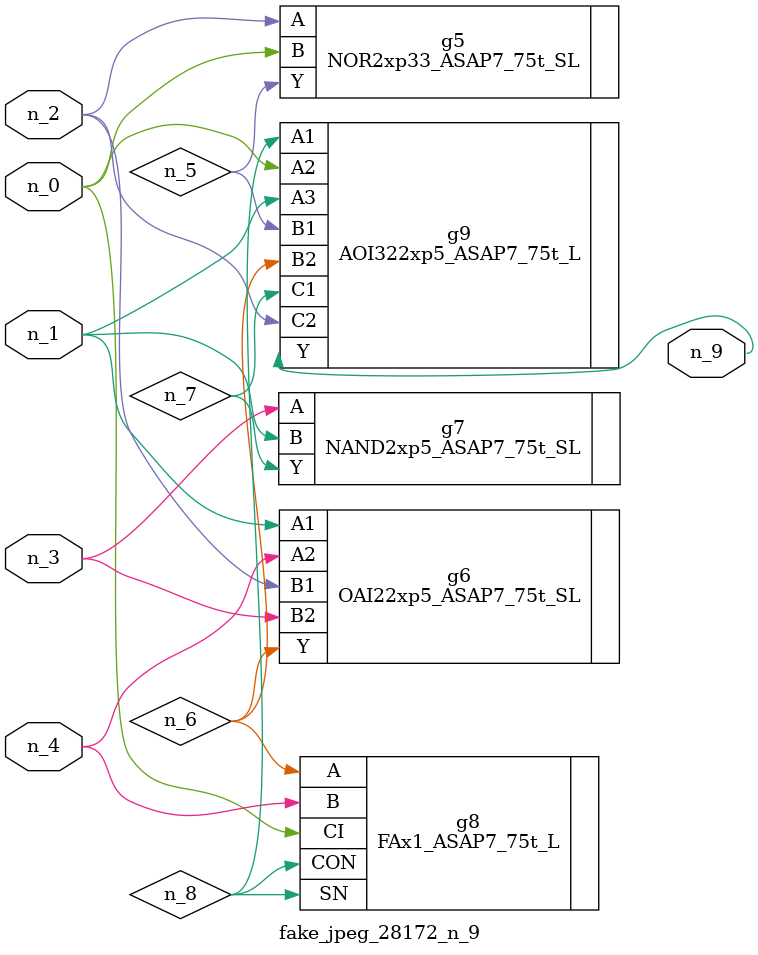
<source format=v>
module fake_jpeg_28172_n_9 (n_3, n_2, n_1, n_0, n_4, n_9);

input n_3;
input n_2;
input n_1;
input n_0;
input n_4;

output n_9;

wire n_8;
wire n_6;
wire n_5;
wire n_7;

NOR2xp33_ASAP7_75t_SL g5 ( 
.A(n_2),
.B(n_0),
.Y(n_5)
);

OAI22xp5_ASAP7_75t_SL g6 ( 
.A1(n_1),
.A2(n_4),
.B1(n_2),
.B2(n_3),
.Y(n_6)
);

NAND2xp5_ASAP7_75t_SL g7 ( 
.A(n_3),
.B(n_1),
.Y(n_7)
);

FAx1_ASAP7_75t_L g8 ( 
.A(n_6),
.B(n_4),
.CI(n_0),
.CON(n_8),
.SN(n_8)
);

AOI322xp5_ASAP7_75t_L g9 ( 
.A1(n_8),
.A2(n_0),
.A3(n_1),
.B1(n_5),
.B2(n_6),
.C1(n_7),
.C2(n_2),
.Y(n_9)
);


endmodule
</source>
